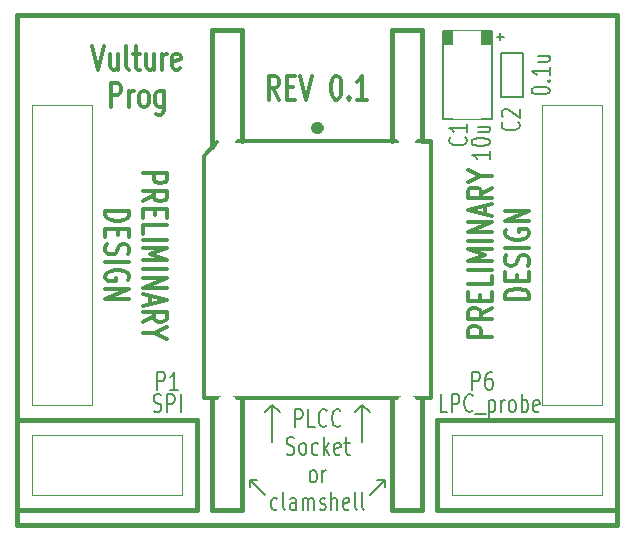
<source format=gto>
G04 (created by PCBNEW-RS274X (2012-01-19 BZR 3256)-stable) date Tue 02 Jul 2013 11:49:59 AM CDT*
G01*
G70*
G90*
%MOIN*%
G04 Gerber Fmt 3.4, Leading zero omitted, Abs format*
%FSLAX34Y34*%
G04 APERTURE LIST*
%ADD10C,0.006000*%
%ADD11C,0.008000*%
%ADD12C,0.012000*%
%ADD13C,0.015000*%
%ADD14C,0.007500*%
%ADD15C,0.000100*%
%ADD16C,0.020000*%
%ADD17R,0.094700X0.106500*%
%ADD18R,0.071000X0.071000*%
%ADD19C,0.071000*%
%ADD20R,0.058000X0.052900*%
G04 APERTURE END LIST*
G54D10*
G54D11*
X63250Y-51500D02*
X63000Y-51500D01*
X63250Y-51750D02*
X63250Y-51500D01*
X62750Y-52000D02*
X63250Y-51500D01*
X58750Y-51500D02*
X59000Y-51500D01*
X58750Y-51500D02*
X58750Y-51750D01*
X59250Y-52000D02*
X58750Y-51500D01*
X62500Y-50250D02*
X62500Y-49000D01*
X62250Y-49250D02*
X62500Y-49000D01*
X62500Y-49000D02*
X62750Y-49250D01*
X60250Y-49743D02*
X60250Y-49143D01*
X60422Y-49143D01*
X60464Y-49171D01*
X60486Y-49200D01*
X60507Y-49257D01*
X60507Y-49343D01*
X60486Y-49400D01*
X60464Y-49429D01*
X60422Y-49457D01*
X60250Y-49457D01*
X60914Y-49743D02*
X60700Y-49743D01*
X60700Y-49143D01*
X61321Y-49686D02*
X61300Y-49714D01*
X61236Y-49743D01*
X61193Y-49743D01*
X61128Y-49714D01*
X61086Y-49657D01*
X61064Y-49600D01*
X61043Y-49486D01*
X61043Y-49400D01*
X61064Y-49286D01*
X61086Y-49229D01*
X61128Y-49171D01*
X61193Y-49143D01*
X61236Y-49143D01*
X61300Y-49171D01*
X61321Y-49200D01*
X61771Y-49686D02*
X61750Y-49714D01*
X61686Y-49743D01*
X61643Y-49743D01*
X61578Y-49714D01*
X61536Y-49657D01*
X61514Y-49600D01*
X61493Y-49486D01*
X61493Y-49400D01*
X61514Y-49286D01*
X61536Y-49229D01*
X61578Y-49171D01*
X61643Y-49143D01*
X61686Y-49143D01*
X61750Y-49171D01*
X61771Y-49200D01*
X59972Y-50634D02*
X60036Y-50663D01*
X60143Y-50663D01*
X60186Y-50634D01*
X60207Y-50606D01*
X60229Y-50549D01*
X60229Y-50491D01*
X60207Y-50434D01*
X60186Y-50406D01*
X60143Y-50377D01*
X60057Y-50349D01*
X60015Y-50320D01*
X59993Y-50291D01*
X59972Y-50234D01*
X59972Y-50177D01*
X59993Y-50120D01*
X60015Y-50091D01*
X60057Y-50063D01*
X60165Y-50063D01*
X60229Y-50091D01*
X60486Y-50663D02*
X60444Y-50634D01*
X60422Y-50606D01*
X60401Y-50549D01*
X60401Y-50377D01*
X60422Y-50320D01*
X60444Y-50291D01*
X60486Y-50263D01*
X60551Y-50263D01*
X60594Y-50291D01*
X60615Y-50320D01*
X60636Y-50377D01*
X60636Y-50549D01*
X60615Y-50606D01*
X60594Y-50634D01*
X60551Y-50663D01*
X60486Y-50663D01*
X61022Y-50634D02*
X60979Y-50663D01*
X60893Y-50663D01*
X60851Y-50634D01*
X60829Y-50606D01*
X60808Y-50549D01*
X60808Y-50377D01*
X60829Y-50320D01*
X60851Y-50291D01*
X60893Y-50263D01*
X60979Y-50263D01*
X61022Y-50291D01*
X61215Y-50663D02*
X61215Y-50063D01*
X61258Y-50434D02*
X61387Y-50663D01*
X61387Y-50263D02*
X61215Y-50491D01*
X61751Y-50634D02*
X61708Y-50663D01*
X61622Y-50663D01*
X61579Y-50634D01*
X61558Y-50577D01*
X61558Y-50349D01*
X61579Y-50291D01*
X61622Y-50263D01*
X61708Y-50263D01*
X61751Y-50291D01*
X61772Y-50349D01*
X61772Y-50406D01*
X61558Y-50463D01*
X61901Y-50263D02*
X62072Y-50263D01*
X61965Y-50063D02*
X61965Y-50577D01*
X61987Y-50634D01*
X62029Y-50663D01*
X62072Y-50663D01*
X60828Y-51583D02*
X60786Y-51554D01*
X60764Y-51526D01*
X60743Y-51469D01*
X60743Y-51297D01*
X60764Y-51240D01*
X60786Y-51211D01*
X60828Y-51183D01*
X60893Y-51183D01*
X60936Y-51211D01*
X60957Y-51240D01*
X60978Y-51297D01*
X60978Y-51469D01*
X60957Y-51526D01*
X60936Y-51554D01*
X60893Y-51583D01*
X60828Y-51583D01*
X61171Y-51583D02*
X61171Y-51183D01*
X61171Y-51297D02*
X61193Y-51240D01*
X61214Y-51211D01*
X61257Y-51183D01*
X61300Y-51183D01*
X59671Y-52474D02*
X59628Y-52503D01*
X59542Y-52503D01*
X59500Y-52474D01*
X59478Y-52446D01*
X59457Y-52389D01*
X59457Y-52217D01*
X59478Y-52160D01*
X59500Y-52131D01*
X59542Y-52103D01*
X59628Y-52103D01*
X59671Y-52131D01*
X59928Y-52503D02*
X59886Y-52474D01*
X59864Y-52417D01*
X59864Y-51903D01*
X60293Y-52503D02*
X60293Y-52189D01*
X60272Y-52131D01*
X60229Y-52103D01*
X60143Y-52103D01*
X60100Y-52131D01*
X60293Y-52474D02*
X60250Y-52503D01*
X60143Y-52503D01*
X60100Y-52474D01*
X60079Y-52417D01*
X60079Y-52360D01*
X60100Y-52303D01*
X60143Y-52274D01*
X60250Y-52274D01*
X60293Y-52246D01*
X60507Y-52503D02*
X60507Y-52103D01*
X60507Y-52160D02*
X60529Y-52131D01*
X60571Y-52103D01*
X60636Y-52103D01*
X60679Y-52131D01*
X60700Y-52189D01*
X60700Y-52503D01*
X60700Y-52189D02*
X60721Y-52131D01*
X60764Y-52103D01*
X60829Y-52103D01*
X60871Y-52131D01*
X60893Y-52189D01*
X60893Y-52503D01*
X61086Y-52474D02*
X61129Y-52503D01*
X61214Y-52503D01*
X61257Y-52474D01*
X61279Y-52417D01*
X61279Y-52389D01*
X61257Y-52331D01*
X61214Y-52303D01*
X61150Y-52303D01*
X61107Y-52274D01*
X61086Y-52217D01*
X61086Y-52189D01*
X61107Y-52131D01*
X61150Y-52103D01*
X61214Y-52103D01*
X61257Y-52131D01*
X61471Y-52503D02*
X61471Y-51903D01*
X61664Y-52503D02*
X61664Y-52189D01*
X61643Y-52131D01*
X61600Y-52103D01*
X61535Y-52103D01*
X61493Y-52131D01*
X61471Y-52160D01*
X62050Y-52474D02*
X62007Y-52503D01*
X61921Y-52503D01*
X61878Y-52474D01*
X61857Y-52417D01*
X61857Y-52189D01*
X61878Y-52131D01*
X61921Y-52103D01*
X62007Y-52103D01*
X62050Y-52131D01*
X62071Y-52189D01*
X62071Y-52246D01*
X61857Y-52303D01*
X62328Y-52503D02*
X62286Y-52474D01*
X62264Y-52417D01*
X62264Y-51903D01*
X62564Y-52503D02*
X62522Y-52474D01*
X62500Y-52417D01*
X62500Y-51903D01*
X59500Y-49000D02*
X59750Y-49250D01*
X59250Y-49250D02*
X59500Y-49000D01*
X59500Y-50250D02*
X59500Y-49000D01*
G54D12*
X59715Y-38824D02*
X59515Y-38443D01*
X59372Y-38824D02*
X59372Y-38024D01*
X59600Y-38024D01*
X59658Y-38062D01*
X59686Y-38100D01*
X59715Y-38176D01*
X59715Y-38290D01*
X59686Y-38367D01*
X59658Y-38405D01*
X59600Y-38443D01*
X59372Y-38443D01*
X59972Y-38405D02*
X60172Y-38405D01*
X60258Y-38824D02*
X59972Y-38824D01*
X59972Y-38024D01*
X60258Y-38024D01*
X60429Y-38024D02*
X60629Y-38824D01*
X60829Y-38024D01*
X61600Y-38024D02*
X61657Y-38024D01*
X61714Y-38062D01*
X61743Y-38100D01*
X61772Y-38176D01*
X61800Y-38329D01*
X61800Y-38519D01*
X61772Y-38671D01*
X61743Y-38748D01*
X61714Y-38786D01*
X61657Y-38824D01*
X61600Y-38824D01*
X61543Y-38786D01*
X61514Y-38748D01*
X61486Y-38671D01*
X61457Y-38519D01*
X61457Y-38329D01*
X61486Y-38176D01*
X61514Y-38100D01*
X61543Y-38062D01*
X61600Y-38024D01*
X62057Y-38748D02*
X62085Y-38786D01*
X62057Y-38824D01*
X62028Y-38786D01*
X62057Y-38748D01*
X62057Y-38824D01*
X62657Y-38824D02*
X62314Y-38824D01*
X62486Y-38824D02*
X62486Y-38024D01*
X62429Y-38138D01*
X62371Y-38214D01*
X62314Y-38252D01*
G54D13*
X63500Y-52500D02*
X63500Y-48797D01*
X64500Y-52500D02*
X64500Y-48797D01*
X63500Y-52500D02*
X64500Y-52500D01*
X63500Y-40205D02*
X63498Y-40205D01*
X63500Y-36500D02*
X63500Y-40205D01*
X64500Y-40205D02*
X64708Y-40205D01*
X64500Y-36500D02*
X64500Y-40205D01*
X63500Y-36500D02*
X64500Y-36500D01*
X58500Y-36500D02*
X58500Y-40205D01*
X57500Y-36500D02*
X58500Y-36500D01*
X57500Y-36500D02*
X57500Y-40396D01*
X57500Y-52500D02*
X57500Y-48797D01*
X58500Y-52500D02*
X58500Y-48797D01*
X57500Y-52500D02*
X58500Y-52500D01*
G54D12*
X66824Y-46729D02*
X66024Y-46729D01*
X66024Y-46501D01*
X66062Y-46443D01*
X66100Y-46415D01*
X66176Y-46386D01*
X66290Y-46386D01*
X66367Y-46415D01*
X66405Y-46443D01*
X66443Y-46501D01*
X66443Y-46729D01*
X66824Y-45786D02*
X66443Y-45986D01*
X66824Y-46129D02*
X66024Y-46129D01*
X66024Y-45901D01*
X66062Y-45843D01*
X66100Y-45815D01*
X66176Y-45786D01*
X66290Y-45786D01*
X66367Y-45815D01*
X66405Y-45843D01*
X66443Y-45901D01*
X66443Y-46129D01*
X66405Y-45529D02*
X66405Y-45329D01*
X66824Y-45243D02*
X66824Y-45529D01*
X66024Y-45529D01*
X66024Y-45243D01*
X66824Y-44700D02*
X66824Y-44986D01*
X66024Y-44986D01*
X66824Y-44500D02*
X66024Y-44500D01*
X66824Y-44214D02*
X66024Y-44214D01*
X66595Y-44014D01*
X66024Y-43814D01*
X66824Y-43814D01*
X66824Y-43528D02*
X66024Y-43528D01*
X66824Y-43242D02*
X66024Y-43242D01*
X66824Y-42899D01*
X66024Y-42899D01*
X66595Y-42642D02*
X66595Y-42356D01*
X66824Y-42699D02*
X66024Y-42499D01*
X66824Y-42299D01*
X66824Y-41756D02*
X66443Y-41956D01*
X66824Y-42099D02*
X66024Y-42099D01*
X66024Y-41871D01*
X66062Y-41813D01*
X66100Y-41785D01*
X66176Y-41756D01*
X66290Y-41756D01*
X66367Y-41785D01*
X66405Y-41813D01*
X66443Y-41871D01*
X66443Y-42099D01*
X66443Y-41385D02*
X66824Y-41385D01*
X66024Y-41585D02*
X66443Y-41385D01*
X66024Y-41185D01*
X68064Y-45471D02*
X67264Y-45471D01*
X67264Y-45328D01*
X67302Y-45243D01*
X67378Y-45185D01*
X67454Y-45157D01*
X67607Y-45128D01*
X67721Y-45128D01*
X67873Y-45157D01*
X67950Y-45185D01*
X68026Y-45243D01*
X68064Y-45328D01*
X68064Y-45471D01*
X67645Y-44871D02*
X67645Y-44671D01*
X68064Y-44585D02*
X68064Y-44871D01*
X67264Y-44871D01*
X67264Y-44585D01*
X68026Y-44357D02*
X68064Y-44271D01*
X68064Y-44128D01*
X68026Y-44071D01*
X67988Y-44042D01*
X67911Y-44014D01*
X67835Y-44014D01*
X67759Y-44042D01*
X67721Y-44071D01*
X67683Y-44128D01*
X67645Y-44242D01*
X67607Y-44300D01*
X67569Y-44328D01*
X67492Y-44357D01*
X67416Y-44357D01*
X67340Y-44328D01*
X67302Y-44300D01*
X67264Y-44242D01*
X67264Y-44100D01*
X67302Y-44014D01*
X68064Y-43757D02*
X67264Y-43757D01*
X67302Y-43157D02*
X67264Y-43214D01*
X67264Y-43300D01*
X67302Y-43385D01*
X67378Y-43443D01*
X67454Y-43471D01*
X67607Y-43500D01*
X67721Y-43500D01*
X67873Y-43471D01*
X67950Y-43443D01*
X68026Y-43385D01*
X68064Y-43300D01*
X68064Y-43243D01*
X68026Y-43157D01*
X67988Y-43128D01*
X67721Y-43128D01*
X67721Y-43243D01*
X68064Y-42871D02*
X67264Y-42871D01*
X68064Y-42528D01*
X67264Y-42528D01*
X55176Y-41271D02*
X55976Y-41271D01*
X55976Y-41499D01*
X55938Y-41557D01*
X55900Y-41585D01*
X55824Y-41614D01*
X55710Y-41614D01*
X55633Y-41585D01*
X55595Y-41557D01*
X55557Y-41499D01*
X55557Y-41271D01*
X55176Y-42214D02*
X55557Y-42014D01*
X55176Y-41871D02*
X55976Y-41871D01*
X55976Y-42099D01*
X55938Y-42157D01*
X55900Y-42185D01*
X55824Y-42214D01*
X55710Y-42214D01*
X55633Y-42185D01*
X55595Y-42157D01*
X55557Y-42099D01*
X55557Y-41871D01*
X55595Y-42471D02*
X55595Y-42671D01*
X55176Y-42757D02*
X55176Y-42471D01*
X55976Y-42471D01*
X55976Y-42757D01*
X55176Y-43300D02*
X55176Y-43014D01*
X55976Y-43014D01*
X55176Y-43500D02*
X55976Y-43500D01*
X55176Y-43786D02*
X55976Y-43786D01*
X55405Y-43986D01*
X55976Y-44186D01*
X55176Y-44186D01*
X55176Y-44472D02*
X55976Y-44472D01*
X55176Y-44758D02*
X55976Y-44758D01*
X55176Y-45101D01*
X55976Y-45101D01*
X55405Y-45358D02*
X55405Y-45644D01*
X55176Y-45301D02*
X55976Y-45501D01*
X55176Y-45701D01*
X55176Y-46244D02*
X55557Y-46044D01*
X55176Y-45901D02*
X55976Y-45901D01*
X55976Y-46129D01*
X55938Y-46187D01*
X55900Y-46215D01*
X55824Y-46244D01*
X55710Y-46244D01*
X55633Y-46215D01*
X55595Y-46187D01*
X55557Y-46129D01*
X55557Y-45901D01*
X55557Y-46615D02*
X55176Y-46615D01*
X55976Y-46415D02*
X55557Y-46615D01*
X55976Y-46815D01*
X53936Y-42529D02*
X54736Y-42529D01*
X54736Y-42672D01*
X54698Y-42757D01*
X54622Y-42815D01*
X54546Y-42843D01*
X54393Y-42872D01*
X54279Y-42872D01*
X54127Y-42843D01*
X54050Y-42815D01*
X53974Y-42757D01*
X53936Y-42672D01*
X53936Y-42529D01*
X54355Y-43129D02*
X54355Y-43329D01*
X53936Y-43415D02*
X53936Y-43129D01*
X54736Y-43129D01*
X54736Y-43415D01*
X53974Y-43643D02*
X53936Y-43729D01*
X53936Y-43872D01*
X53974Y-43929D01*
X54012Y-43958D01*
X54089Y-43986D01*
X54165Y-43986D01*
X54241Y-43958D01*
X54279Y-43929D01*
X54317Y-43872D01*
X54355Y-43758D01*
X54393Y-43700D01*
X54431Y-43672D01*
X54508Y-43643D01*
X54584Y-43643D01*
X54660Y-43672D01*
X54698Y-43700D01*
X54736Y-43758D01*
X54736Y-43900D01*
X54698Y-43986D01*
X53936Y-44243D02*
X54736Y-44243D01*
X54698Y-44843D02*
X54736Y-44786D01*
X54736Y-44700D01*
X54698Y-44615D01*
X54622Y-44557D01*
X54546Y-44529D01*
X54393Y-44500D01*
X54279Y-44500D01*
X54127Y-44529D01*
X54050Y-44557D01*
X53974Y-44615D01*
X53936Y-44700D01*
X53936Y-44757D01*
X53974Y-44843D01*
X54012Y-44872D01*
X54279Y-44872D01*
X54279Y-44757D01*
X53936Y-45129D02*
X54736Y-45129D01*
X53936Y-45472D01*
X54736Y-45472D01*
X53486Y-37024D02*
X53686Y-37824D01*
X53886Y-37024D01*
X54343Y-37290D02*
X54343Y-37824D01*
X54086Y-37290D02*
X54086Y-37710D01*
X54114Y-37786D01*
X54172Y-37824D01*
X54257Y-37824D01*
X54314Y-37786D01*
X54343Y-37748D01*
X54715Y-37824D02*
X54657Y-37786D01*
X54629Y-37710D01*
X54629Y-37024D01*
X54857Y-37290D02*
X55086Y-37290D01*
X54943Y-37024D02*
X54943Y-37710D01*
X54971Y-37786D01*
X55029Y-37824D01*
X55086Y-37824D01*
X55543Y-37290D02*
X55543Y-37824D01*
X55286Y-37290D02*
X55286Y-37710D01*
X55314Y-37786D01*
X55372Y-37824D01*
X55457Y-37824D01*
X55514Y-37786D01*
X55543Y-37748D01*
X55829Y-37824D02*
X55829Y-37290D01*
X55829Y-37443D02*
X55857Y-37367D01*
X55886Y-37329D01*
X55943Y-37290D01*
X56000Y-37290D01*
X56428Y-37786D02*
X56371Y-37824D01*
X56257Y-37824D01*
X56200Y-37786D01*
X56171Y-37710D01*
X56171Y-37405D01*
X56200Y-37329D01*
X56257Y-37290D01*
X56371Y-37290D01*
X56428Y-37329D01*
X56457Y-37405D01*
X56457Y-37481D01*
X56171Y-37557D01*
X54115Y-39064D02*
X54115Y-38264D01*
X54343Y-38264D01*
X54401Y-38302D01*
X54429Y-38340D01*
X54458Y-38416D01*
X54458Y-38530D01*
X54429Y-38607D01*
X54401Y-38645D01*
X54343Y-38683D01*
X54115Y-38683D01*
X54715Y-39064D02*
X54715Y-38530D01*
X54715Y-38683D02*
X54743Y-38607D01*
X54772Y-38569D01*
X54829Y-38530D01*
X54886Y-38530D01*
X55172Y-39064D02*
X55114Y-39026D01*
X55086Y-38988D01*
X55057Y-38911D01*
X55057Y-38683D01*
X55086Y-38607D01*
X55114Y-38569D01*
X55172Y-38530D01*
X55257Y-38530D01*
X55314Y-38569D01*
X55343Y-38607D01*
X55372Y-38683D01*
X55372Y-38911D01*
X55343Y-38988D01*
X55314Y-39026D01*
X55257Y-39064D01*
X55172Y-39064D01*
X55886Y-38530D02*
X55886Y-39178D01*
X55857Y-39254D01*
X55829Y-39292D01*
X55772Y-39330D01*
X55686Y-39330D01*
X55629Y-39292D01*
X55886Y-39026D02*
X55829Y-39064D01*
X55715Y-39064D01*
X55657Y-39026D01*
X55629Y-38988D01*
X55600Y-38911D01*
X55600Y-38683D01*
X55629Y-38607D01*
X55657Y-38569D01*
X55715Y-38530D01*
X55829Y-38530D01*
X55886Y-38569D01*
G54D14*
X66986Y-36727D02*
X67215Y-36727D01*
X67101Y-36841D02*
X67101Y-36613D01*
G54D13*
X51000Y-53000D02*
X51000Y-49500D01*
X71000Y-53000D02*
X51000Y-53000D01*
X71000Y-49500D02*
X71000Y-53000D01*
X51000Y-49500D02*
X51000Y-36000D01*
X71000Y-36000D02*
X71000Y-49500D01*
X51000Y-36000D02*
X71000Y-36000D01*
G54D10*
X66826Y-36965D02*
X66492Y-36965D01*
X65172Y-36965D02*
X65506Y-36965D01*
X66826Y-36926D02*
X66492Y-36926D01*
X65172Y-36926D02*
X65506Y-36926D01*
X66826Y-36887D02*
X66492Y-36887D01*
X65172Y-36887D02*
X65506Y-36887D01*
X66826Y-36847D02*
X66492Y-36847D01*
X65172Y-36847D02*
X65506Y-36847D01*
X66826Y-36808D02*
X66492Y-36808D01*
X65172Y-36808D02*
X65506Y-36808D01*
X66826Y-36768D02*
X66492Y-36768D01*
X65172Y-36768D02*
X65506Y-36768D01*
X66826Y-36729D02*
X66492Y-36729D01*
X65172Y-36729D02*
X65506Y-36729D01*
X66826Y-36690D02*
X66492Y-36690D01*
X65172Y-36690D02*
X65506Y-36690D01*
X66826Y-36650D02*
X66492Y-36650D01*
X65172Y-36650D02*
X65506Y-36650D01*
X66826Y-36611D02*
X66492Y-36611D01*
X65172Y-36611D02*
X65506Y-36611D01*
X66826Y-36571D02*
X66492Y-36571D01*
X65172Y-36571D02*
X65506Y-36571D01*
X65172Y-36965D02*
X65506Y-36965D01*
X65506Y-36965D02*
X65506Y-36522D01*
X66826Y-36965D02*
X66492Y-36965D01*
X66492Y-36965D02*
X66492Y-36522D01*
X66826Y-39476D02*
X66826Y-36522D01*
X66826Y-36522D02*
X65172Y-36522D01*
X65172Y-36522D02*
X65172Y-39476D01*
X65172Y-39476D02*
X66826Y-39476D01*
G54D13*
X51000Y-49500D02*
X57000Y-49500D01*
X57000Y-49500D02*
X57000Y-52500D01*
X57000Y-52500D02*
X51000Y-52500D01*
X51000Y-52500D02*
X51000Y-49500D01*
G54D15*
X51500Y-52000D02*
X56500Y-52000D01*
X56500Y-52000D02*
X56500Y-50000D01*
X56500Y-50000D02*
X51500Y-50000D01*
X51500Y-50000D02*
X51500Y-52000D01*
G54D13*
X65000Y-49500D02*
X65000Y-52500D01*
X65000Y-52500D02*
X71000Y-52500D01*
X71000Y-52500D02*
X71000Y-49500D01*
X71000Y-49500D02*
X65000Y-49500D01*
G54D15*
X65500Y-52000D02*
X70500Y-52000D01*
X70500Y-52000D02*
X70500Y-50000D01*
X70500Y-50000D02*
X65500Y-50000D01*
X65500Y-50000D02*
X65500Y-52000D01*
G54D10*
X67131Y-37281D02*
X67131Y-38721D01*
X67131Y-38721D02*
X67870Y-38721D01*
X67870Y-38721D02*
X67870Y-37281D01*
X67870Y-37281D02*
X67131Y-37281D01*
G54D12*
X57226Y-40692D02*
X57226Y-48782D01*
X57226Y-48782D02*
X64776Y-48782D01*
X64776Y-48782D02*
X64776Y-40220D01*
X64776Y-40220D02*
X57698Y-40220D01*
X57698Y-40220D02*
X57226Y-40692D01*
G54D16*
X61109Y-39767D02*
X61106Y-39788D01*
X61100Y-39808D01*
X61090Y-39827D01*
X61077Y-39843D01*
X61060Y-39857D01*
X61042Y-39867D01*
X61021Y-39873D01*
X61000Y-39875D01*
X60980Y-39874D01*
X60960Y-39868D01*
X60941Y-39858D01*
X60924Y-39844D01*
X60911Y-39828D01*
X60900Y-39809D01*
X60894Y-39789D01*
X60892Y-39768D01*
X60893Y-39748D01*
X60899Y-39727D01*
X60909Y-39708D01*
X60922Y-39692D01*
X60938Y-39678D01*
X60957Y-39668D01*
X60977Y-39661D01*
X60998Y-39659D01*
X61018Y-39660D01*
X61039Y-39666D01*
X61058Y-39675D01*
X61075Y-39689D01*
X61089Y-39705D01*
X61099Y-39723D01*
X61106Y-39743D01*
X61108Y-39764D01*
X61109Y-39767D01*
G54D15*
X51500Y-39000D02*
X51500Y-49000D01*
X51500Y-49000D02*
X53500Y-49000D01*
X53500Y-49000D02*
X53500Y-39000D01*
X53500Y-39000D02*
X51500Y-39000D01*
X68500Y-39000D02*
X68500Y-49000D01*
X68500Y-49000D02*
X70500Y-49000D01*
X70500Y-49000D02*
X70500Y-39000D01*
X70500Y-39000D02*
X68500Y-39000D01*
G54D11*
X65936Y-40075D02*
X65964Y-40096D01*
X65993Y-40160D01*
X65993Y-40203D01*
X65964Y-40268D01*
X65907Y-40310D01*
X65850Y-40332D01*
X65736Y-40353D01*
X65650Y-40353D01*
X65536Y-40332D01*
X65479Y-40310D01*
X65421Y-40268D01*
X65393Y-40203D01*
X65393Y-40160D01*
X65421Y-40096D01*
X65450Y-40075D01*
X65993Y-39646D02*
X65993Y-39903D01*
X65993Y-39775D02*
X65393Y-39775D01*
X65479Y-39818D01*
X65536Y-39860D01*
X65564Y-39903D01*
X66743Y-40539D02*
X66743Y-40796D01*
X66743Y-40668D02*
X66143Y-40668D01*
X66229Y-40711D01*
X66286Y-40753D01*
X66314Y-40796D01*
X66143Y-40260D02*
X66143Y-40217D01*
X66171Y-40174D01*
X66200Y-40153D01*
X66257Y-40132D01*
X66371Y-40110D01*
X66514Y-40110D01*
X66629Y-40132D01*
X66686Y-40153D01*
X66714Y-40174D01*
X66743Y-40217D01*
X66743Y-40260D01*
X66714Y-40303D01*
X66686Y-40324D01*
X66629Y-40346D01*
X66514Y-40367D01*
X66371Y-40367D01*
X66257Y-40346D01*
X66200Y-40324D01*
X66171Y-40303D01*
X66143Y-40260D01*
X66343Y-39724D02*
X66743Y-39724D01*
X66343Y-39917D02*
X66657Y-39917D01*
X66714Y-39895D01*
X66743Y-39853D01*
X66743Y-39788D01*
X66714Y-39745D01*
X66686Y-39724D01*
X55668Y-48493D02*
X55668Y-47893D01*
X55840Y-47893D01*
X55882Y-47921D01*
X55904Y-47950D01*
X55925Y-48007D01*
X55925Y-48093D01*
X55904Y-48150D01*
X55882Y-48179D01*
X55840Y-48207D01*
X55668Y-48207D01*
X56354Y-48493D02*
X56097Y-48493D01*
X56225Y-48493D02*
X56225Y-47893D01*
X56182Y-47979D01*
X56140Y-48036D01*
X56097Y-48064D01*
X55540Y-49214D02*
X55604Y-49243D01*
X55711Y-49243D01*
X55754Y-49214D01*
X55775Y-49186D01*
X55797Y-49129D01*
X55797Y-49071D01*
X55775Y-49014D01*
X55754Y-48986D01*
X55711Y-48957D01*
X55625Y-48929D01*
X55583Y-48900D01*
X55561Y-48871D01*
X55540Y-48814D01*
X55540Y-48757D01*
X55561Y-48700D01*
X55583Y-48671D01*
X55625Y-48643D01*
X55733Y-48643D01*
X55797Y-48671D01*
X55990Y-49243D02*
X55990Y-48643D01*
X56162Y-48643D01*
X56204Y-48671D01*
X56226Y-48700D01*
X56247Y-48757D01*
X56247Y-48843D01*
X56226Y-48900D01*
X56204Y-48929D01*
X56162Y-48957D01*
X55990Y-48957D01*
X56440Y-49243D02*
X56440Y-48643D01*
X66168Y-48493D02*
X66168Y-47893D01*
X66340Y-47893D01*
X66382Y-47921D01*
X66404Y-47950D01*
X66425Y-48007D01*
X66425Y-48093D01*
X66404Y-48150D01*
X66382Y-48179D01*
X66340Y-48207D01*
X66168Y-48207D01*
X66811Y-47893D02*
X66725Y-47893D01*
X66682Y-47921D01*
X66661Y-47950D01*
X66618Y-48036D01*
X66597Y-48150D01*
X66597Y-48379D01*
X66618Y-48436D01*
X66640Y-48464D01*
X66682Y-48493D01*
X66768Y-48493D01*
X66811Y-48464D01*
X66832Y-48436D01*
X66854Y-48379D01*
X66854Y-48236D01*
X66832Y-48179D01*
X66811Y-48150D01*
X66768Y-48121D01*
X66682Y-48121D01*
X66640Y-48150D01*
X66618Y-48179D01*
X66597Y-48236D01*
X65325Y-49243D02*
X65111Y-49243D01*
X65111Y-48643D01*
X65475Y-49243D02*
X65475Y-48643D01*
X65647Y-48643D01*
X65689Y-48671D01*
X65711Y-48700D01*
X65732Y-48757D01*
X65732Y-48843D01*
X65711Y-48900D01*
X65689Y-48929D01*
X65647Y-48957D01*
X65475Y-48957D01*
X66182Y-49186D02*
X66161Y-49214D01*
X66097Y-49243D01*
X66054Y-49243D01*
X65989Y-49214D01*
X65947Y-49157D01*
X65925Y-49100D01*
X65904Y-48986D01*
X65904Y-48900D01*
X65925Y-48786D01*
X65947Y-48729D01*
X65989Y-48671D01*
X66054Y-48643D01*
X66097Y-48643D01*
X66161Y-48671D01*
X66182Y-48700D01*
X66268Y-49300D02*
X66611Y-49300D01*
X66718Y-48843D02*
X66718Y-49443D01*
X66718Y-48871D02*
X66761Y-48843D01*
X66847Y-48843D01*
X66890Y-48871D01*
X66911Y-48900D01*
X66932Y-48957D01*
X66932Y-49129D01*
X66911Y-49186D01*
X66890Y-49214D01*
X66847Y-49243D01*
X66761Y-49243D01*
X66718Y-49214D01*
X67125Y-49243D02*
X67125Y-48843D01*
X67125Y-48957D02*
X67147Y-48900D01*
X67168Y-48871D01*
X67211Y-48843D01*
X67254Y-48843D01*
X67468Y-49243D02*
X67426Y-49214D01*
X67404Y-49186D01*
X67383Y-49129D01*
X67383Y-48957D01*
X67404Y-48900D01*
X67426Y-48871D01*
X67468Y-48843D01*
X67533Y-48843D01*
X67576Y-48871D01*
X67597Y-48900D01*
X67618Y-48957D01*
X67618Y-49129D01*
X67597Y-49186D01*
X67576Y-49214D01*
X67533Y-49243D01*
X67468Y-49243D01*
X67811Y-49243D02*
X67811Y-48643D01*
X67811Y-48871D02*
X67854Y-48843D01*
X67940Y-48843D01*
X67983Y-48871D01*
X68004Y-48900D01*
X68025Y-48957D01*
X68025Y-49129D01*
X68004Y-49186D01*
X67983Y-49214D01*
X67940Y-49243D01*
X67854Y-49243D01*
X67811Y-49214D01*
X68390Y-49214D02*
X68347Y-49243D01*
X68261Y-49243D01*
X68218Y-49214D01*
X68197Y-49157D01*
X68197Y-48929D01*
X68218Y-48871D01*
X68261Y-48843D01*
X68347Y-48843D01*
X68390Y-48871D01*
X68411Y-48929D01*
X68411Y-48986D01*
X68197Y-49043D01*
X67686Y-39575D02*
X67714Y-39596D01*
X67743Y-39660D01*
X67743Y-39703D01*
X67714Y-39768D01*
X67657Y-39810D01*
X67600Y-39832D01*
X67486Y-39853D01*
X67400Y-39853D01*
X67286Y-39832D01*
X67229Y-39810D01*
X67171Y-39768D01*
X67143Y-39703D01*
X67143Y-39660D01*
X67171Y-39596D01*
X67200Y-39575D01*
X67200Y-39403D02*
X67171Y-39382D01*
X67143Y-39339D01*
X67143Y-39232D01*
X67171Y-39189D01*
X67200Y-39168D01*
X67257Y-39146D01*
X67314Y-39146D01*
X67400Y-39168D01*
X67743Y-39425D01*
X67743Y-39146D01*
X68143Y-38546D02*
X68143Y-38503D01*
X68171Y-38460D01*
X68200Y-38439D01*
X68257Y-38418D01*
X68371Y-38396D01*
X68514Y-38396D01*
X68629Y-38418D01*
X68686Y-38439D01*
X68714Y-38460D01*
X68743Y-38503D01*
X68743Y-38546D01*
X68714Y-38589D01*
X68686Y-38610D01*
X68629Y-38632D01*
X68514Y-38653D01*
X68371Y-38653D01*
X68257Y-38632D01*
X68200Y-38610D01*
X68171Y-38589D01*
X68143Y-38546D01*
X68686Y-38203D02*
X68714Y-38181D01*
X68743Y-38203D01*
X68714Y-38224D01*
X68686Y-38203D01*
X68743Y-38203D01*
X68743Y-37753D02*
X68743Y-38010D01*
X68743Y-37882D02*
X68143Y-37882D01*
X68229Y-37925D01*
X68286Y-37967D01*
X68314Y-38010D01*
X68343Y-37367D02*
X68743Y-37367D01*
X68343Y-37560D02*
X68657Y-37560D01*
X68714Y-37538D01*
X68743Y-37496D01*
X68743Y-37431D01*
X68714Y-37388D01*
X68686Y-37367D01*
%LPC*%
G54D17*
X66000Y-38924D03*
X66000Y-37074D03*
G54D18*
X58000Y-37000D03*
G54D19*
X58000Y-38000D03*
X58000Y-39000D03*
X58000Y-40000D03*
X58000Y-41000D03*
X58000Y-42000D03*
X58000Y-43000D03*
X58000Y-44000D03*
X58000Y-45000D03*
X58000Y-46000D03*
X58000Y-47000D03*
X58000Y-48000D03*
X58000Y-49000D03*
X58000Y-50000D03*
X58000Y-51000D03*
X58000Y-52000D03*
X64000Y-52000D03*
X64000Y-51000D03*
X64000Y-50000D03*
X64000Y-49000D03*
X64000Y-48000D03*
X64000Y-47000D03*
X64000Y-46000D03*
X64000Y-45000D03*
X64000Y-44000D03*
X64000Y-43000D03*
X64000Y-42000D03*
X64000Y-41000D03*
X64000Y-40000D03*
X64000Y-39000D03*
X64000Y-38000D03*
X64000Y-37000D03*
G54D18*
X52000Y-51500D03*
G54D19*
X52000Y-50500D03*
X53000Y-51500D03*
X53000Y-50500D03*
X54000Y-51500D03*
X54000Y-50500D03*
X55000Y-51500D03*
X55000Y-50500D03*
X56000Y-51500D03*
X56000Y-50500D03*
G54D18*
X66000Y-51500D03*
G54D19*
X66000Y-50500D03*
X67000Y-51500D03*
X67000Y-50500D03*
X68000Y-51500D03*
X68000Y-50500D03*
X69000Y-51500D03*
X69000Y-50500D03*
X70000Y-51500D03*
X70000Y-50500D03*
G54D20*
X67500Y-37626D03*
X67500Y-38376D03*
G54D18*
X61499Y-42501D03*
G54D19*
X60500Y-41501D03*
X60500Y-42501D03*
X59500Y-41501D03*
X58500Y-42501D03*
X59500Y-42501D03*
X58500Y-43501D03*
X59500Y-43501D03*
X58500Y-44500D03*
X59500Y-44500D03*
X58500Y-45500D03*
X59500Y-45500D03*
X58500Y-46500D03*
X59500Y-47500D03*
X59500Y-46500D03*
X60500Y-47500D03*
X60500Y-46500D03*
X61499Y-47500D03*
X61499Y-46500D03*
X62499Y-47500D03*
X63499Y-46500D03*
X62499Y-46500D03*
X63499Y-45500D03*
X62499Y-45500D03*
X63499Y-44500D03*
X62499Y-44500D03*
X63499Y-43501D03*
X62499Y-43501D03*
X63499Y-42501D03*
X62499Y-41501D03*
X62499Y-42501D03*
X61499Y-41501D03*
G54D18*
X52000Y-39500D03*
G54D19*
X53000Y-39500D03*
X52000Y-40500D03*
X53000Y-40500D03*
X52000Y-41500D03*
X53000Y-41500D03*
X52000Y-42500D03*
X53000Y-42500D03*
X52000Y-43500D03*
X53000Y-43500D03*
X52000Y-44500D03*
X53000Y-44500D03*
X52000Y-45500D03*
X53000Y-45500D03*
X52000Y-46500D03*
X53000Y-46500D03*
X52000Y-47500D03*
X53000Y-47500D03*
X52000Y-48500D03*
X53000Y-48500D03*
G54D18*
X69000Y-39500D03*
G54D19*
X70000Y-39500D03*
X69000Y-40500D03*
X70000Y-40500D03*
X69000Y-41500D03*
X70000Y-41500D03*
X69000Y-42500D03*
X70000Y-42500D03*
X69000Y-43500D03*
X70000Y-43500D03*
X69000Y-44500D03*
X70000Y-44500D03*
X69000Y-45500D03*
X70000Y-45500D03*
X69000Y-46500D03*
X70000Y-46500D03*
X69000Y-47500D03*
X70000Y-47500D03*
X69000Y-48500D03*
X70000Y-48500D03*
M02*

</source>
